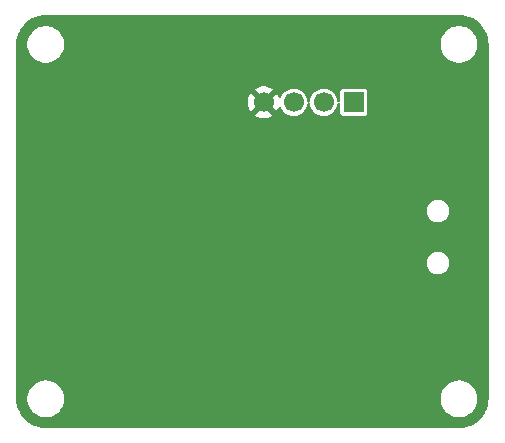
<source format=gbl>
%TF.GenerationSoftware,KiCad,Pcbnew,9.0.5*%
%TF.CreationDate,2025-11-09T16:32:06+01:00*%
%TF.ProjectId,PTP,5054502e-6b69-4636-9164-5f7063625858,rev?*%
%TF.SameCoordinates,Original*%
%TF.FileFunction,Copper,L2,Bot*%
%TF.FilePolarity,Positive*%
%FSLAX46Y46*%
G04 Gerber Fmt 4.6, Leading zero omitted, Abs format (unit mm)*
G04 Created by KiCad (PCBNEW 9.0.5) date 2025-11-09 16:32:06*
%MOMM*%
%LPD*%
G01*
G04 APERTURE LIST*
%TA.AperFunction,ComponentPad*%
%ADD10R,1.700000X1.700000*%
%TD*%
%TA.AperFunction,ComponentPad*%
%ADD11C,1.700000*%
%TD*%
%TA.AperFunction,ViaPad*%
%ADD12C,0.700000*%
%TD*%
G04 APERTURE END LIST*
D10*
%TO.P,J1,1,Pin_1*%
%TO.N,+3V3*%
X216080000Y-104900000D03*
D11*
%TO.P,J1,2,Pin_2*%
%TO.N,/SWDIO*%
X213540000Y-104900000D03*
%TO.P,J1,3,Pin_3*%
%TO.N,/SWCLK*%
X211000000Y-104900000D03*
%TO.P,J1,4,Pin_4*%
%TO.N,GND*%
X208460000Y-104900000D03*
%TD*%
D12*
%TO.N,GND*%
X201000000Y-123500000D03*
X209000000Y-120950000D03*
X192050000Y-119750000D03*
X217250000Y-116150000D03*
X201600000Y-107700000D03*
X204500000Y-120000000D03*
X190300000Y-118850000D03*
X218400000Y-114100000D03*
X192050000Y-124000000D03*
X192000000Y-113600000D03*
X209200000Y-115200000D03*
X217000000Y-125500000D03*
X211250000Y-123350000D03*
X208250000Y-120950000D03*
X214550000Y-126900000D03*
X196400000Y-112500000D03*
X195000000Y-118600000D03*
X194300000Y-116750000D03*
X195500000Y-106900000D03*
X208450000Y-107200000D03*
X194330000Y-114520000D03*
X216050000Y-125500000D03*
%TD*%
%TA.AperFunction,Conductor*%
%TO.N,GND*%
G36*
X225003736Y-97500726D02*
G01*
X225293796Y-97518271D01*
X225308659Y-97520076D01*
X225590798Y-97571780D01*
X225605335Y-97575363D01*
X225879172Y-97660695D01*
X225893163Y-97666000D01*
X226154743Y-97783727D01*
X226167989Y-97790680D01*
X226413465Y-97939075D01*
X226425776Y-97947573D01*
X226651573Y-98124473D01*
X226662781Y-98134403D01*
X226865596Y-98337218D01*
X226875526Y-98348426D01*
X226995481Y-98501538D01*
X227052422Y-98574217D01*
X227060928Y-98586540D01*
X227209316Y-98832004D01*
X227216275Y-98845263D01*
X227333997Y-99106831D01*
X227339306Y-99120832D01*
X227424635Y-99394663D01*
X227428219Y-99409201D01*
X227479923Y-99691340D01*
X227481728Y-99706205D01*
X227499274Y-99996263D01*
X227499500Y-100003750D01*
X227499500Y-129996249D01*
X227499274Y-130003736D01*
X227481728Y-130293794D01*
X227479923Y-130308659D01*
X227428219Y-130590798D01*
X227424635Y-130605336D01*
X227339306Y-130879167D01*
X227333997Y-130893168D01*
X227216275Y-131154736D01*
X227209316Y-131167995D01*
X227060928Y-131413459D01*
X227052422Y-131425782D01*
X226875526Y-131651573D01*
X226865596Y-131662781D01*
X226662781Y-131865596D01*
X226651573Y-131875526D01*
X226425782Y-132052422D01*
X226413459Y-132060928D01*
X226167995Y-132209316D01*
X226154736Y-132216275D01*
X225893168Y-132333997D01*
X225879167Y-132339306D01*
X225605336Y-132424635D01*
X225590798Y-132428219D01*
X225308659Y-132479923D01*
X225293794Y-132481728D01*
X225003736Y-132499274D01*
X224996249Y-132499500D01*
X190003751Y-132499500D01*
X189996264Y-132499274D01*
X189706205Y-132481728D01*
X189691340Y-132479923D01*
X189409201Y-132428219D01*
X189394663Y-132424635D01*
X189120832Y-132339306D01*
X189106831Y-132333997D01*
X188845263Y-132216275D01*
X188832004Y-132209316D01*
X188586540Y-132060928D01*
X188574217Y-132052422D01*
X188348426Y-131875526D01*
X188337218Y-131865596D01*
X188134403Y-131662781D01*
X188124473Y-131651573D01*
X187947573Y-131425776D01*
X187939075Y-131413465D01*
X187790680Y-131167989D01*
X187783727Y-131154743D01*
X187666000Y-130893163D01*
X187660693Y-130879167D01*
X187575364Y-130605336D01*
X187571780Y-130590798D01*
X187520076Y-130308659D01*
X187518271Y-130293794D01*
X187500726Y-130003736D01*
X187500500Y-129996249D01*
X187500500Y-129877973D01*
X188449500Y-129877973D01*
X188449500Y-130122026D01*
X188487678Y-130363072D01*
X188563097Y-130595187D01*
X188673896Y-130812642D01*
X188817339Y-131010076D01*
X188817343Y-131010081D01*
X188989918Y-131182656D01*
X188989923Y-131182660D01*
X189162136Y-131307779D01*
X189187361Y-131326106D01*
X189404815Y-131436904D01*
X189636924Y-131512321D01*
X189877973Y-131550500D01*
X189877974Y-131550500D01*
X190122026Y-131550500D01*
X190122027Y-131550500D01*
X190363076Y-131512321D01*
X190595185Y-131436904D01*
X190812639Y-131326106D01*
X191010083Y-131182655D01*
X191182655Y-131010083D01*
X191326106Y-130812639D01*
X191436904Y-130595185D01*
X191512321Y-130363076D01*
X191550500Y-130122027D01*
X191550500Y-129877973D01*
X223449500Y-129877973D01*
X223449500Y-130122026D01*
X223487678Y-130363072D01*
X223563097Y-130595187D01*
X223673896Y-130812642D01*
X223817339Y-131010076D01*
X223817343Y-131010081D01*
X223989918Y-131182656D01*
X223989923Y-131182660D01*
X224162136Y-131307779D01*
X224187361Y-131326106D01*
X224404815Y-131436904D01*
X224636924Y-131512321D01*
X224877973Y-131550500D01*
X224877974Y-131550500D01*
X225122026Y-131550500D01*
X225122027Y-131550500D01*
X225363076Y-131512321D01*
X225595185Y-131436904D01*
X225812639Y-131326106D01*
X226010083Y-131182655D01*
X226182655Y-131010083D01*
X226326106Y-130812639D01*
X226436904Y-130595185D01*
X226512321Y-130363076D01*
X226550500Y-130122027D01*
X226550500Y-129877973D01*
X226512321Y-129636924D01*
X226436904Y-129404815D01*
X226326106Y-129187361D01*
X226307779Y-129162136D01*
X226182660Y-128989923D01*
X226182656Y-128989918D01*
X226010081Y-128817343D01*
X226010076Y-128817339D01*
X225812642Y-128673896D01*
X225812641Y-128673895D01*
X225812639Y-128673894D01*
X225595185Y-128563096D01*
X225363076Y-128487679D01*
X225363074Y-128487678D01*
X225363072Y-128487678D01*
X225194769Y-128461021D01*
X225122027Y-128449500D01*
X224877973Y-128449500D01*
X224822093Y-128458350D01*
X224636927Y-128487678D01*
X224404812Y-128563097D01*
X224187357Y-128673896D01*
X223989923Y-128817339D01*
X223989918Y-128817343D01*
X223817343Y-128989918D01*
X223817339Y-128989923D01*
X223673896Y-129187357D01*
X223563097Y-129404812D01*
X223487678Y-129636927D01*
X223449500Y-129877973D01*
X191550500Y-129877973D01*
X191512321Y-129636924D01*
X191436904Y-129404815D01*
X191326106Y-129187361D01*
X191307779Y-129162136D01*
X191182660Y-128989923D01*
X191182656Y-128989918D01*
X191010081Y-128817343D01*
X191010076Y-128817339D01*
X190812642Y-128673896D01*
X190812641Y-128673895D01*
X190812639Y-128673894D01*
X190595185Y-128563096D01*
X190363076Y-128487679D01*
X190363074Y-128487678D01*
X190363072Y-128487678D01*
X190194769Y-128461021D01*
X190122027Y-128449500D01*
X189877973Y-128449500D01*
X189822093Y-128458350D01*
X189636927Y-128487678D01*
X189404812Y-128563097D01*
X189187357Y-128673896D01*
X188989923Y-128817339D01*
X188989918Y-128817343D01*
X188817343Y-128989918D01*
X188817339Y-128989923D01*
X188673896Y-129187357D01*
X188563097Y-129404812D01*
X188487678Y-129636927D01*
X188449500Y-129877973D01*
X187500500Y-129877973D01*
X187500500Y-118406379D01*
X222249500Y-118406379D01*
X222249500Y-118593620D01*
X222286025Y-118777243D01*
X222286027Y-118777251D01*
X222357676Y-118950228D01*
X222357681Y-118950237D01*
X222461697Y-119105907D01*
X222461700Y-119105911D01*
X222594088Y-119238299D01*
X222594092Y-119238302D01*
X222749762Y-119342318D01*
X222749768Y-119342321D01*
X222749769Y-119342322D01*
X222922749Y-119413973D01*
X223106379Y-119450499D01*
X223106383Y-119450500D01*
X223106384Y-119450500D01*
X223293617Y-119450500D01*
X223293618Y-119450499D01*
X223477251Y-119413973D01*
X223650231Y-119342322D01*
X223805908Y-119238302D01*
X223938302Y-119105908D01*
X224042322Y-118950231D01*
X224113973Y-118777251D01*
X224150500Y-118593616D01*
X224150500Y-118406384D01*
X224113973Y-118222749D01*
X224042322Y-118049769D01*
X224042321Y-118049768D01*
X224042318Y-118049762D01*
X223938302Y-117894092D01*
X223938299Y-117894088D01*
X223805911Y-117761700D01*
X223805907Y-117761697D01*
X223650237Y-117657681D01*
X223650228Y-117657676D01*
X223477251Y-117586027D01*
X223477243Y-117586025D01*
X223293620Y-117549500D01*
X223293616Y-117549500D01*
X223106384Y-117549500D01*
X223106379Y-117549500D01*
X222922756Y-117586025D01*
X222922748Y-117586027D01*
X222749771Y-117657676D01*
X222749762Y-117657681D01*
X222594092Y-117761697D01*
X222594088Y-117761700D01*
X222461700Y-117894088D01*
X222461697Y-117894092D01*
X222357681Y-118049762D01*
X222357676Y-118049771D01*
X222286027Y-118222748D01*
X222286025Y-118222756D01*
X222249500Y-118406379D01*
X187500500Y-118406379D01*
X187500500Y-114006379D01*
X222249500Y-114006379D01*
X222249500Y-114193620D01*
X222286025Y-114377243D01*
X222286027Y-114377251D01*
X222357676Y-114550228D01*
X222357681Y-114550237D01*
X222461697Y-114705907D01*
X222461700Y-114705911D01*
X222594088Y-114838299D01*
X222594092Y-114838302D01*
X222749762Y-114942318D01*
X222749768Y-114942321D01*
X222749769Y-114942322D01*
X222922749Y-115013973D01*
X223106379Y-115050499D01*
X223106383Y-115050500D01*
X223106384Y-115050500D01*
X223293617Y-115050500D01*
X223293618Y-115050499D01*
X223477251Y-115013973D01*
X223650231Y-114942322D01*
X223805908Y-114838302D01*
X223938302Y-114705908D01*
X224042322Y-114550231D01*
X224113973Y-114377251D01*
X224150500Y-114193616D01*
X224150500Y-114006384D01*
X224113973Y-113822749D01*
X224042322Y-113649769D01*
X224042321Y-113649768D01*
X224042318Y-113649762D01*
X223938302Y-113494092D01*
X223938299Y-113494088D01*
X223805911Y-113361700D01*
X223805907Y-113361697D01*
X223650237Y-113257681D01*
X223650228Y-113257676D01*
X223477251Y-113186027D01*
X223477243Y-113186025D01*
X223293620Y-113149500D01*
X223293616Y-113149500D01*
X223106384Y-113149500D01*
X223106379Y-113149500D01*
X222922756Y-113186025D01*
X222922748Y-113186027D01*
X222749771Y-113257676D01*
X222749762Y-113257681D01*
X222594092Y-113361697D01*
X222594088Y-113361700D01*
X222461700Y-113494088D01*
X222461697Y-113494092D01*
X222357681Y-113649762D01*
X222357676Y-113649771D01*
X222286027Y-113822748D01*
X222286025Y-113822756D01*
X222249500Y-114006379D01*
X187500500Y-114006379D01*
X187500500Y-104793753D01*
X207110000Y-104793753D01*
X207110000Y-105006246D01*
X207143242Y-105216127D01*
X207143242Y-105216130D01*
X207208904Y-105418217D01*
X207305375Y-105607550D01*
X207344728Y-105661716D01*
X207977037Y-105029408D01*
X207994075Y-105092993D01*
X208059901Y-105207007D01*
X208152993Y-105300099D01*
X208267007Y-105365925D01*
X208330590Y-105382962D01*
X207698282Y-106015269D01*
X207698282Y-106015270D01*
X207752449Y-106054624D01*
X207941782Y-106151095D01*
X208143870Y-106216757D01*
X208353754Y-106250000D01*
X208566246Y-106250000D01*
X208776127Y-106216757D01*
X208776130Y-106216757D01*
X208978217Y-106151095D01*
X209167554Y-106054622D01*
X209221716Y-106015270D01*
X209221717Y-106015270D01*
X208589408Y-105382962D01*
X208652993Y-105365925D01*
X208767007Y-105300099D01*
X208860099Y-105207007D01*
X208925925Y-105092993D01*
X208942962Y-105029408D01*
X209575270Y-105661717D01*
X209575270Y-105661716D01*
X209614622Y-105607554D01*
X209711095Y-105418217D01*
X209720492Y-105389295D01*
X209759928Y-105331618D01*
X209824286Y-105304419D01*
X209893133Y-105316331D01*
X209944610Y-105363574D01*
X209948908Y-105371314D01*
X210016004Y-105502995D01*
X210122441Y-105649494D01*
X210122445Y-105649499D01*
X210250500Y-105777554D01*
X210250505Y-105777558D01*
X210378287Y-105870396D01*
X210397006Y-105883996D01*
X210473094Y-105922765D01*
X210558360Y-105966211D01*
X210558363Y-105966212D01*
X210644476Y-105994191D01*
X210730591Y-106022171D01*
X210813429Y-106035291D01*
X210909449Y-106050500D01*
X210909454Y-106050500D01*
X211090551Y-106050500D01*
X211177259Y-106036765D01*
X211269409Y-106022171D01*
X211441639Y-105966211D01*
X211602994Y-105883996D01*
X211749501Y-105777553D01*
X211877553Y-105649501D01*
X211983996Y-105502994D01*
X212066211Y-105341639D01*
X212122171Y-105169409D01*
X212143027Y-105037729D01*
X212147527Y-105009321D01*
X212177456Y-104946186D01*
X212236768Y-104909255D01*
X212306630Y-104910253D01*
X212364863Y-104948863D01*
X212392473Y-105009321D01*
X212417829Y-105169410D01*
X212473787Y-105341636D01*
X212473788Y-105341639D01*
X212556006Y-105502997D01*
X212662441Y-105649494D01*
X212662445Y-105649499D01*
X212790500Y-105777554D01*
X212790505Y-105777558D01*
X212918287Y-105870396D01*
X212937006Y-105883996D01*
X213013094Y-105922765D01*
X213098360Y-105966211D01*
X213098363Y-105966212D01*
X213184476Y-105994191D01*
X213270591Y-106022171D01*
X213353429Y-106035291D01*
X213449449Y-106050500D01*
X213449454Y-106050500D01*
X213630551Y-106050500D01*
X213717259Y-106036765D01*
X213809409Y-106022171D01*
X213981639Y-105966211D01*
X214142994Y-105883996D01*
X214289501Y-105777553D01*
X214417553Y-105649501D01*
X214523996Y-105502994D01*
X214606211Y-105341639D01*
X214662171Y-105169409D01*
X214683027Y-105037729D01*
X214712956Y-104974595D01*
X214772267Y-104937663D01*
X214842130Y-104938661D01*
X214900363Y-104977271D01*
X214928477Y-105041234D01*
X214929500Y-105057127D01*
X214929500Y-105794856D01*
X214929502Y-105794882D01*
X214932413Y-105819987D01*
X214932415Y-105819991D01*
X214977793Y-105922764D01*
X214977794Y-105922765D01*
X215057235Y-106002206D01*
X215160009Y-106047585D01*
X215185135Y-106050500D01*
X216974864Y-106050499D01*
X216974879Y-106050497D01*
X216974882Y-106050497D01*
X216999987Y-106047586D01*
X216999988Y-106047585D01*
X216999991Y-106047585D01*
X217102765Y-106002206D01*
X217182206Y-105922765D01*
X217227585Y-105819991D01*
X217230500Y-105794865D01*
X217230499Y-104005136D01*
X217230497Y-104005117D01*
X217227586Y-103980012D01*
X217227585Y-103980010D01*
X217227585Y-103980009D01*
X217182206Y-103877235D01*
X217102765Y-103797794D01*
X217102763Y-103797793D01*
X216999992Y-103752415D01*
X216974865Y-103749500D01*
X215185143Y-103749500D01*
X215185117Y-103749502D01*
X215160012Y-103752413D01*
X215160008Y-103752415D01*
X215057235Y-103797793D01*
X214977794Y-103877234D01*
X214932415Y-103980006D01*
X214932415Y-103980008D01*
X214929500Y-104005131D01*
X214929500Y-104742871D01*
X214909815Y-104809910D01*
X214857011Y-104855665D01*
X214787853Y-104865609D01*
X214724297Y-104836584D01*
X214686523Y-104777806D01*
X214683027Y-104762269D01*
X214674274Y-104707007D01*
X214662171Y-104630591D01*
X214606211Y-104458361D01*
X214606211Y-104458360D01*
X214567191Y-104381780D01*
X214523996Y-104297006D01*
X214510396Y-104278287D01*
X214417558Y-104150505D01*
X214417554Y-104150500D01*
X214289499Y-104022445D01*
X214289494Y-104022441D01*
X214142997Y-103916006D01*
X214142996Y-103916005D01*
X214142994Y-103916004D01*
X214066906Y-103877235D01*
X213981639Y-103833788D01*
X213981636Y-103833787D01*
X213809410Y-103777829D01*
X213630551Y-103749500D01*
X213630546Y-103749500D01*
X213449454Y-103749500D01*
X213449449Y-103749500D01*
X213270589Y-103777829D01*
X213098363Y-103833787D01*
X213098360Y-103833788D01*
X212937002Y-103916006D01*
X212790505Y-104022441D01*
X212790500Y-104022445D01*
X212662445Y-104150500D01*
X212662441Y-104150505D01*
X212556006Y-104297002D01*
X212473788Y-104458360D01*
X212473787Y-104458363D01*
X212417829Y-104630589D01*
X212392473Y-104790678D01*
X212362544Y-104853813D01*
X212303232Y-104890744D01*
X212233369Y-104889746D01*
X212175137Y-104851136D01*
X212147527Y-104790678D01*
X212133740Y-104703639D01*
X212122171Y-104630591D01*
X212066211Y-104458361D01*
X212066211Y-104458360D01*
X212027191Y-104381780D01*
X211983996Y-104297006D01*
X211970396Y-104278287D01*
X211877558Y-104150505D01*
X211877554Y-104150500D01*
X211749499Y-104022445D01*
X211749494Y-104022441D01*
X211602997Y-103916006D01*
X211602996Y-103916005D01*
X211602994Y-103916004D01*
X211526906Y-103877235D01*
X211441639Y-103833788D01*
X211441636Y-103833787D01*
X211269410Y-103777829D01*
X211090551Y-103749500D01*
X211090546Y-103749500D01*
X210909454Y-103749500D01*
X210909449Y-103749500D01*
X210730589Y-103777829D01*
X210558363Y-103833787D01*
X210558360Y-103833788D01*
X210397002Y-103916006D01*
X210250505Y-104022441D01*
X210250500Y-104022445D01*
X210122445Y-104150500D01*
X210122441Y-104150505D01*
X210016004Y-104297004D01*
X209948908Y-104428685D01*
X209900933Y-104479480D01*
X209833112Y-104496275D01*
X209766977Y-104473737D01*
X209723527Y-104419021D01*
X209720492Y-104410705D01*
X209711094Y-104381780D01*
X209614624Y-104192449D01*
X209575270Y-104138282D01*
X209575269Y-104138282D01*
X208942962Y-104770590D01*
X208925925Y-104707007D01*
X208860099Y-104592993D01*
X208767007Y-104499901D01*
X208652993Y-104434075D01*
X208589409Y-104417037D01*
X209221716Y-103784728D01*
X209167550Y-103745375D01*
X208978217Y-103648904D01*
X208776129Y-103583242D01*
X208566246Y-103550000D01*
X208353754Y-103550000D01*
X208143872Y-103583242D01*
X208143869Y-103583242D01*
X207941782Y-103648904D01*
X207752439Y-103745380D01*
X207698282Y-103784727D01*
X207698282Y-103784728D01*
X208330591Y-104417037D01*
X208267007Y-104434075D01*
X208152993Y-104499901D01*
X208059901Y-104592993D01*
X207994075Y-104707007D01*
X207977037Y-104770591D01*
X207344728Y-104138282D01*
X207344727Y-104138282D01*
X207305380Y-104192439D01*
X207208904Y-104381782D01*
X207143242Y-104583869D01*
X207143242Y-104583872D01*
X207110000Y-104793753D01*
X187500500Y-104793753D01*
X187500500Y-100003750D01*
X187500726Y-99996263D01*
X187507881Y-99877973D01*
X188449500Y-99877973D01*
X188449500Y-100122026D01*
X188487678Y-100363072D01*
X188563097Y-100595187D01*
X188673896Y-100812642D01*
X188817339Y-101010076D01*
X188817343Y-101010081D01*
X188989918Y-101182656D01*
X188989923Y-101182660D01*
X189162136Y-101307779D01*
X189187361Y-101326106D01*
X189404815Y-101436904D01*
X189636924Y-101512321D01*
X189877973Y-101550500D01*
X189877974Y-101550500D01*
X190122026Y-101550500D01*
X190122027Y-101550500D01*
X190363076Y-101512321D01*
X190595185Y-101436904D01*
X190812639Y-101326106D01*
X191010083Y-101182655D01*
X191182655Y-101010083D01*
X191326106Y-100812639D01*
X191436904Y-100595185D01*
X191512321Y-100363076D01*
X191550500Y-100122027D01*
X191550500Y-99877973D01*
X223449500Y-99877973D01*
X223449500Y-100122026D01*
X223487678Y-100363072D01*
X223563097Y-100595187D01*
X223673896Y-100812642D01*
X223817339Y-101010076D01*
X223817343Y-101010081D01*
X223989918Y-101182656D01*
X223989923Y-101182660D01*
X224162136Y-101307779D01*
X224187361Y-101326106D01*
X224404815Y-101436904D01*
X224636924Y-101512321D01*
X224877973Y-101550500D01*
X224877974Y-101550500D01*
X225122026Y-101550500D01*
X225122027Y-101550500D01*
X225363076Y-101512321D01*
X225595185Y-101436904D01*
X225812639Y-101326106D01*
X226010083Y-101182655D01*
X226182655Y-101010083D01*
X226326106Y-100812639D01*
X226436904Y-100595185D01*
X226512321Y-100363076D01*
X226550500Y-100122027D01*
X226550500Y-99877973D01*
X226512321Y-99636924D01*
X226436904Y-99404815D01*
X226326106Y-99187361D01*
X226267598Y-99106831D01*
X226182660Y-98989923D01*
X226182656Y-98989918D01*
X226010081Y-98817343D01*
X226010076Y-98817339D01*
X225812642Y-98673896D01*
X225812641Y-98673895D01*
X225812639Y-98673894D01*
X225595185Y-98563096D01*
X225363076Y-98487679D01*
X225363074Y-98487678D01*
X225363072Y-98487678D01*
X225194769Y-98461021D01*
X225122027Y-98449500D01*
X224877973Y-98449500D01*
X224822093Y-98458350D01*
X224636927Y-98487678D01*
X224404812Y-98563097D01*
X224187357Y-98673896D01*
X223989923Y-98817339D01*
X223989918Y-98817343D01*
X223817343Y-98989918D01*
X223817339Y-98989923D01*
X223673896Y-99187357D01*
X223563097Y-99404812D01*
X223487678Y-99636927D01*
X223449500Y-99877973D01*
X191550500Y-99877973D01*
X191512321Y-99636924D01*
X191436904Y-99404815D01*
X191326106Y-99187361D01*
X191267598Y-99106831D01*
X191182660Y-98989923D01*
X191182656Y-98989918D01*
X191010081Y-98817343D01*
X191010076Y-98817339D01*
X190812642Y-98673896D01*
X190812641Y-98673895D01*
X190812639Y-98673894D01*
X190595185Y-98563096D01*
X190363076Y-98487679D01*
X190363074Y-98487678D01*
X190363072Y-98487678D01*
X190194769Y-98461021D01*
X190122027Y-98449500D01*
X189877973Y-98449500D01*
X189822093Y-98458350D01*
X189636927Y-98487678D01*
X189404812Y-98563097D01*
X189187357Y-98673896D01*
X188989923Y-98817339D01*
X188989918Y-98817343D01*
X188817343Y-98989918D01*
X188817339Y-98989923D01*
X188673896Y-99187357D01*
X188563097Y-99404812D01*
X188487678Y-99636927D01*
X188449500Y-99877973D01*
X187507881Y-99877973D01*
X187508629Y-99865614D01*
X187518271Y-99706205D01*
X187520076Y-99691340D01*
X187571780Y-99409201D01*
X187575364Y-99394663D01*
X187639962Y-99187361D01*
X187660696Y-99120822D01*
X187665998Y-99106841D01*
X187783731Y-98845249D01*
X187790676Y-98832016D01*
X187939080Y-98586526D01*
X187947567Y-98574230D01*
X188124480Y-98348417D01*
X188134395Y-98337226D01*
X188337226Y-98134395D01*
X188348417Y-98124480D01*
X188574230Y-97947567D01*
X188586526Y-97939080D01*
X188832016Y-97790676D01*
X188845249Y-97783731D01*
X189106841Y-97665998D01*
X189120822Y-97660696D01*
X189394668Y-97575362D01*
X189409197Y-97571780D01*
X189691344Y-97520075D01*
X189706201Y-97518271D01*
X189996264Y-97500726D01*
X190003751Y-97500500D01*
X190065892Y-97500500D01*
X224934108Y-97500500D01*
X224996249Y-97500500D01*
X225003736Y-97500726D01*
G37*
%TD.AperFunction*%
%TD*%
M02*

</source>
